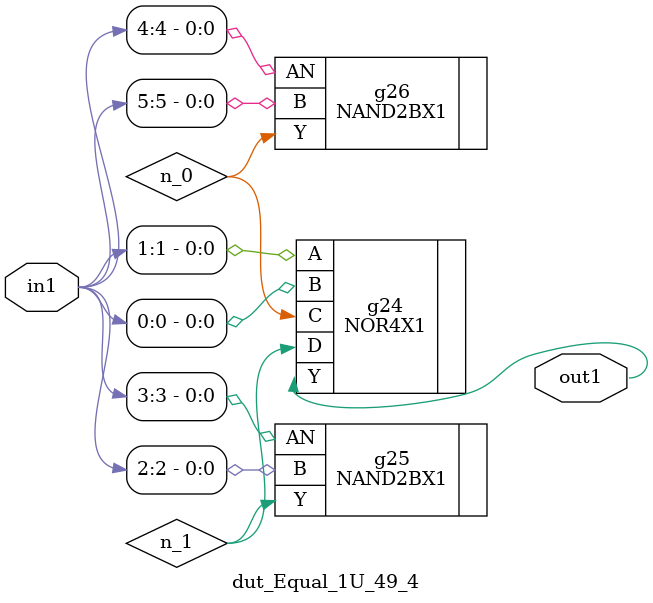
<source format=v>
`timescale 1ps / 1ps


module dut_Equal_1U_49_4(in1, out1);
  input [5:0] in1;
  output out1;
  wire [5:0] in1;
  wire out1;
  wire n_0, n_1;
  NOR4X1 g24(.A (in1[1]), .B (in1[0]), .C (n_0), .D (n_1), .Y (out1));
  NAND2BX1 g25(.AN (in1[3]), .B (in1[2]), .Y (n_1));
  NAND2BX1 g26(.AN (in1[4]), .B (in1[5]), .Y (n_0));
endmodule



</source>
